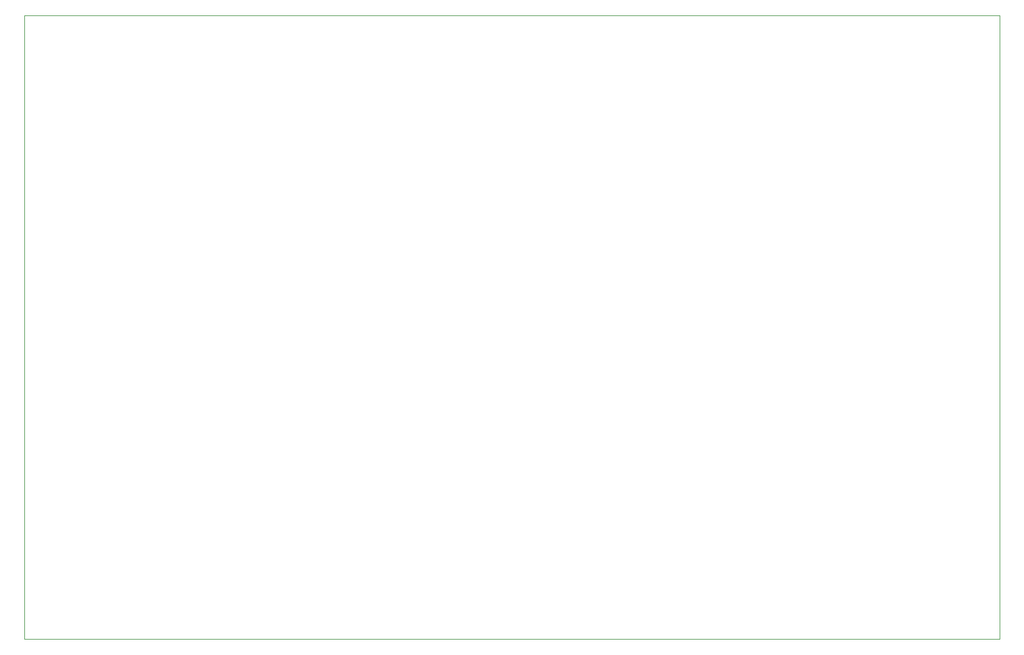
<source format=gbr>
%TF.GenerationSoftware,KiCad,Pcbnew,8.0.6*%
%TF.CreationDate,2025-02-17T16:21:55-05:00*%
%TF.ProjectId,PCB Design,50434220-4465-4736-9967-6e2e6b696361,rev?*%
%TF.SameCoordinates,Original*%
%TF.FileFunction,Profile,NP*%
%FSLAX46Y46*%
G04 Gerber Fmt 4.6, Leading zero omitted, Abs format (unit mm)*
G04 Created by KiCad (PCBNEW 8.0.6) date 2025-02-17 16:21:55*
%MOMM*%
%LPD*%
G01*
G04 APERTURE LIST*
%TA.AperFunction,Profile*%
%ADD10C,0.050000*%
%TD*%
G04 APERTURE END LIST*
D10*
X97500000Y-62500000D02*
X236500000Y-62500000D01*
X236500000Y-151500000D01*
X97500000Y-151500000D01*
X97500000Y-62500000D01*
M02*

</source>
